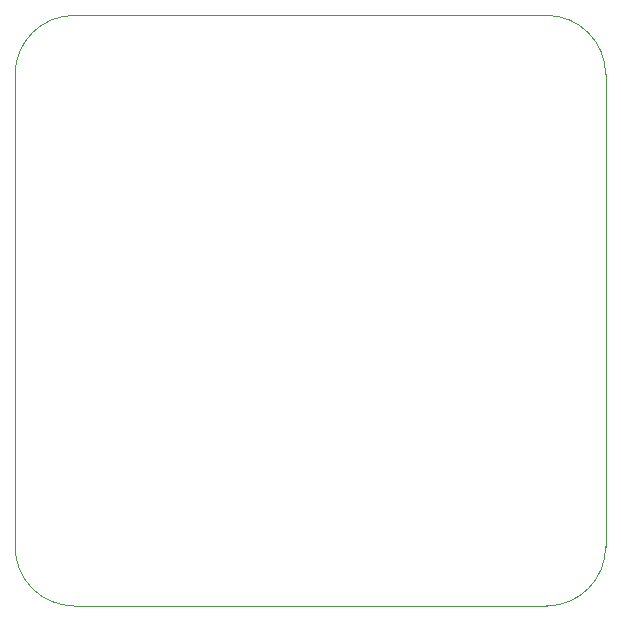
<source format=gm1>
G04 #@! TF.GenerationSoftware,KiCad,Pcbnew,8.0.1*
G04 #@! TF.CreationDate,2025-02-17T15:23:15+05:00*
G04 #@! TF.ProjectId,Sensors,53656e73-6f72-4732-9e6b-696361645f70,rev?*
G04 #@! TF.SameCoordinates,Original*
G04 #@! TF.FileFunction,Profile,NP*
%FSLAX46Y46*%
G04 Gerber Fmt 4.6, Leading zero omitted, Abs format (unit mm)*
G04 Created by KiCad (PCBNEW 8.0.1) date 2025-02-17 15:23:15*
%MOMM*%
%LPD*%
G01*
G04 APERTURE LIST*
G04 #@! TA.AperFunction,Profile*
%ADD10C,0.050000*%
G04 #@! TD*
G04 APERTURE END LIST*
D10*
X153100000Y-132225000D02*
G75*
G02*
X148100000Y-127225000I0J5000000D01*
G01*
X198100000Y-87225000D02*
X198100000Y-127225000D01*
X148100000Y-87225000D02*
G75*
G02*
X153100000Y-82225000I5000000J0D01*
G01*
X148100000Y-127225000D02*
X148100000Y-87225000D01*
X198100000Y-127225000D02*
G75*
G02*
X193100000Y-132225000I-5000000J0D01*
G01*
X153100000Y-82225000D02*
X193100000Y-82225000D01*
X193100000Y-132225000D02*
X153100000Y-132225000D01*
X193100000Y-82225000D02*
G75*
G02*
X198100000Y-87225000I0J-5000000D01*
G01*
M02*

</source>
